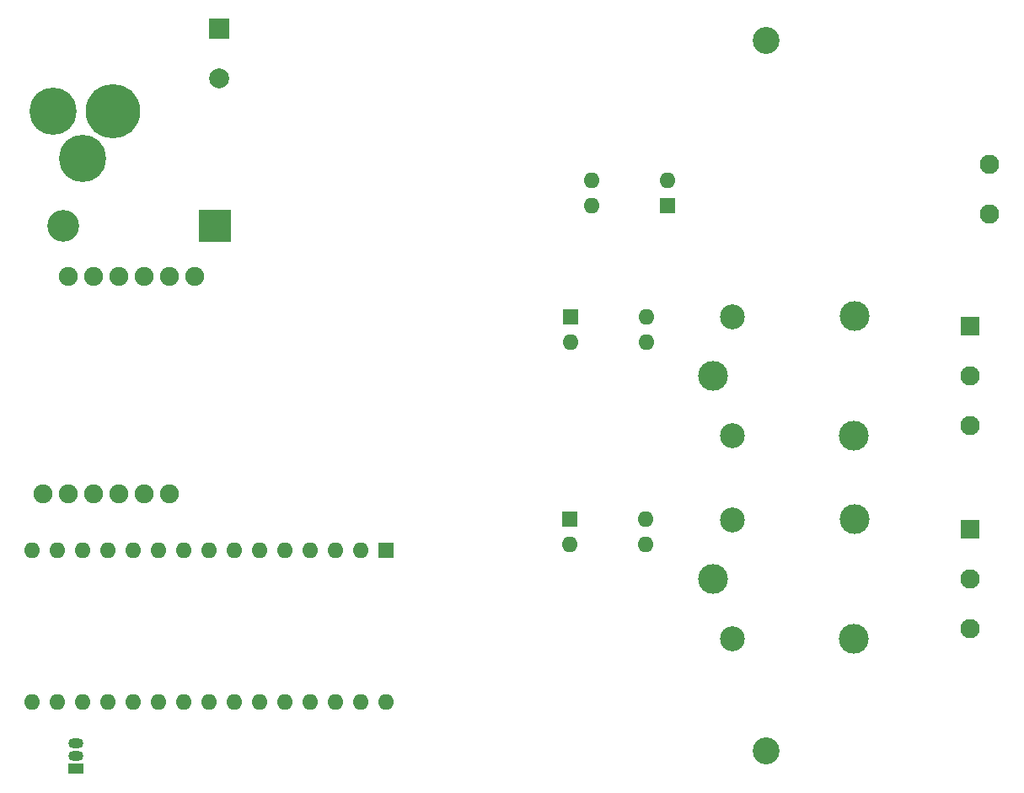
<source format=gbs>
G04 #@! TF.GenerationSoftware,KiCad,Pcbnew,(6.0.8)*
G04 #@! TF.CreationDate,2022-12-11T00:22:14+04:00*
G04 #@! TF.ProjectId,SIM800_NANO,53494d38-3030-45f4-9e41-4e4f2e6b6963,rev?*
G04 #@! TF.SameCoordinates,Original*
G04 #@! TF.FileFunction,Soldermask,Bot*
G04 #@! TF.FilePolarity,Negative*
%FSLAX46Y46*%
G04 Gerber Fmt 4.6, Leading zero omitted, Abs format (unit mm)*
G04 Created by KiCad (PCBNEW (6.0.8)) date 2022-12-11 00:22:14*
%MOMM*%
%LPD*%
G01*
G04 APERTURE LIST*
%ADD10R,1.950000X1.950000*%
%ADD11C,1.950000*%
%ADD12R,1.600000X1.600000*%
%ADD13O,1.600000X1.600000*%
%ADD14C,1.900000*%
%ADD15C,3.000000*%
%ADD16C,2.500000*%
%ADD17R,1.500000X1.050000*%
%ADD18O,1.500000X1.050000*%
%ADD19R,2.000000X2.000000*%
%ADD20C,2.000000*%
%ADD21C,2.700000*%
%ADD22R,3.200000X3.200000*%
%ADD23O,3.200000X3.200000*%
%ADD24C,5.460000*%
%ADD25C,4.740000*%
G04 APERTURE END LIST*
D10*
X188630000Y-95462000D03*
D11*
X188630000Y-100462000D03*
X188630000Y-105462000D03*
D12*
X158275000Y-83350000D03*
D13*
X158275000Y-80810000D03*
X150655000Y-80810000D03*
X150655000Y-83350000D03*
D14*
X95500000Y-112350000D03*
X98040000Y-112350000D03*
X100580000Y-112350000D03*
X103120000Y-112350000D03*
X105660000Y-112350000D03*
X108200000Y-112350000D03*
X110740000Y-90480000D03*
X108200000Y-90480000D03*
X105660000Y-90480000D03*
X103120000Y-90480000D03*
X100580000Y-90480000D03*
X98040000Y-90480000D03*
D12*
X148460000Y-114890000D03*
D13*
X148460000Y-117430000D03*
X156080000Y-117430000D03*
X156080000Y-114890000D03*
D15*
X162827000Y-100462000D03*
D16*
X164777000Y-106512000D03*
D15*
X176977000Y-106512000D03*
X177027000Y-94462000D03*
D16*
X164777000Y-94512000D03*
D17*
X98800000Y-139950000D03*
D18*
X98800000Y-138680000D03*
X98800000Y-137410000D03*
D11*
X190620000Y-79190000D03*
X190620000Y-84190000D03*
D15*
X162837000Y-120865000D03*
D16*
X164787000Y-126915000D03*
D15*
X176987000Y-126915000D03*
X177037000Y-114865000D03*
D16*
X164787000Y-114915000D03*
D19*
X113200000Y-65607323D03*
D20*
X113200000Y-70607323D03*
D12*
X148475000Y-94505000D03*
D13*
X148475000Y-97045000D03*
X156095000Y-97045000D03*
X156095000Y-94505000D03*
D10*
X188615000Y-115865000D03*
D11*
X188615000Y-120865000D03*
X188615000Y-125865000D03*
D21*
X168150000Y-66800000D03*
D22*
X112745000Y-85350000D03*
D23*
X97505000Y-85350000D03*
D24*
X102500000Y-73915000D03*
D25*
X96500000Y-73915000D03*
X99500000Y-78615000D03*
D21*
X168150000Y-138100000D03*
D12*
X130000000Y-118000000D03*
D13*
X127460000Y-118000000D03*
X124920000Y-118000000D03*
X122380000Y-118000000D03*
X119840000Y-118000000D03*
X117300000Y-118000000D03*
X114760000Y-118000000D03*
X112220000Y-118000000D03*
X109680000Y-118000000D03*
X107140000Y-118000000D03*
X104600000Y-118000000D03*
X102060000Y-118000000D03*
X99520000Y-118000000D03*
X96980000Y-118000000D03*
X94440000Y-118000000D03*
X94440000Y-133240000D03*
X96980000Y-133240000D03*
X99520000Y-133240000D03*
X102060000Y-133240000D03*
X104600000Y-133240000D03*
X107140000Y-133240000D03*
X109680000Y-133240000D03*
X112220000Y-133240000D03*
X114760000Y-133240000D03*
X117300000Y-133240000D03*
X119840000Y-133240000D03*
X122380000Y-133240000D03*
X124920000Y-133240000D03*
X127460000Y-133240000D03*
X130000000Y-133240000D03*
M02*

</source>
